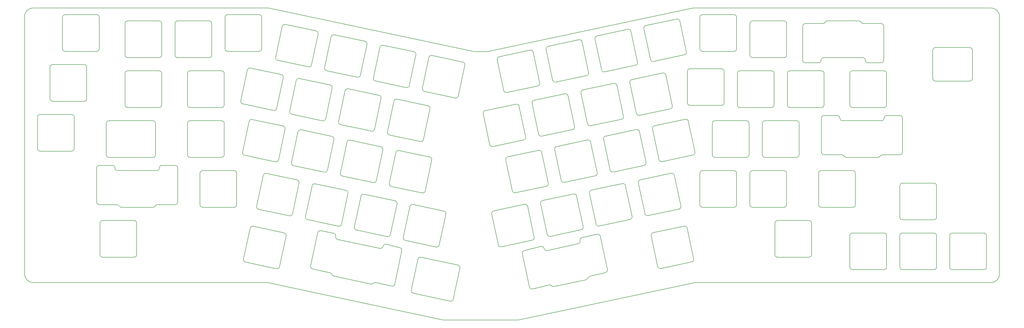
<source format=gbr>
%TF.GenerationSoftware,KiCad,Pcbnew,(5.1.6)-1*%
%TF.CreationDate,2021-01-23T12:35:39-06:00*%
%TF.ProjectId,basketweave_plate,6261736b-6574-4776-9561-76655f706c61,rev?*%
%TF.SameCoordinates,Original*%
%TF.FileFunction,Profile,NP*%
%FSLAX46Y46*%
G04 Gerber Fmt 4.6, Leading zero omitted, Abs format (unit mm)*
G04 Created by KiCad (PCBNEW (5.1.6)-1) date 2021-01-23 12:35:39*
%MOMM*%
%LPD*%
G01*
G04 APERTURE LIST*
%TA.AperFunction,Profile*%
%ADD10C,0.200000*%
%TD*%
G04 APERTURE END LIST*
D10*
X174042718Y-135612290D02*
X188110514Y-138588750D01*
X262550733Y-126213914D02*
X274308691Y-123729750D01*
X222919320Y-146203910D02*
G75*
G02*
X223870377Y-146512927I207912J-978148D01*
G01*
X216582162Y-147756903D02*
G75*
G02*
X215396102Y-146986669I-207913J978147D01*
G01*
X264275437Y-139137745D02*
X261780497Y-127399974D01*
X185199748Y-152366756D02*
X171131956Y-149306356D01*
X139360791Y-141511067D02*
G75*
G02*
X140103936Y-142180198I-207912J-978148D01*
G01*
X234682251Y-129274901D02*
G75*
G02*
X235452488Y-128088840I978149J207912D01*
G01*
X172856659Y-136382527D02*
G75*
G02*
X174042718Y-135612290I978148J-207911D01*
G01*
X188880750Y-139774810D02*
X186385808Y-151596520D01*
X277219454Y-137423814D02*
X265461496Y-139907981D01*
X170361720Y-148120298D02*
X172856660Y-136382527D01*
X171131956Y-149306356D02*
G75*
G02*
X170361720Y-148120298I207911J978147D01*
G01*
X277989690Y-136237756D02*
G75*
G02*
X277219454Y-137423814I-978147J-207911D01*
G01*
X245093662Y-140263905D02*
X242390810Y-127547986D01*
X275494750Y-124499985D02*
X277989690Y-136237756D01*
X261780496Y-127399973D02*
G75*
G02*
X262550733Y-126213914I978148J207911D01*
G01*
X222155094Y-133045853D02*
G75*
G02*
X220969033Y-132275618I-207913J978148D01*
G01*
X186385808Y-151596520D02*
G75*
G02*
X185199748Y-152366756I-978148J207912D01*
G01*
X265461497Y-139907981D02*
G75*
G02*
X264275437Y-139137745I-207912J978148D01*
G01*
X219782974Y-131505383D02*
G75*
G02*
X220969033Y-132275618I207912J-978147D01*
G01*
X274308691Y-123729750D02*
G75*
G02*
X275494750Y-124499985I207912J-978147D01*
G01*
X188110514Y-138588750D02*
G75*
G02*
X188880750Y-139774810I-207912J-978148D01*
G01*
X237572355Y-143607629D02*
G75*
G02*
X236829210Y-144276759I-951056J309018D01*
G01*
X140847080Y-142849328D02*
G75*
G02*
X140103936Y-142180198I207911J978147D01*
G01*
X224821433Y-146821944D02*
G75*
G02*
X223870377Y-146512927I-207912J978147D01*
G01*
X164115750Y-145861430D02*
G75*
G02*
X162929690Y-146631666I-978148J207912D01*
G01*
X212693251Y-134270750D02*
G75*
G02*
X213463486Y-133084691I978147J207912D01*
G01*
X140810796Y-126484166D02*
G75*
G02*
X141581031Y-127670225I-207912J-978147D01*
G01*
X215396102Y-146986669D02*
X212693250Y-134270750D01*
X216582162Y-147756903D02*
X222919320Y-146203910D01*
X132801383Y-140116821D02*
G75*
G02*
X132031146Y-138930762I207911J978148D01*
G01*
X235452488Y-128088840D02*
X241204750Y-126777750D01*
X162929690Y-146631666D02*
X156899964Y-145234235D01*
X159612251Y-131432943D02*
G75*
G02*
X158426191Y-132203179I-978148J207912D01*
G01*
X237572356Y-143607629D02*
G75*
G02*
X238315500Y-142938500I951055J-309017D01*
G01*
X140810795Y-126484165D02*
X135920057Y-125444607D01*
X238315500Y-142938500D02*
X244323425Y-141449966D01*
X155948909Y-145543252D02*
G75*
G02*
X156899964Y-145234235I743144J-669129D01*
G01*
X132801382Y-140116821D02*
X139360791Y-141511067D01*
X155948908Y-145543252D02*
G75*
G02*
X154997851Y-145852269I-743145J669131D01*
G01*
X241204750Y-126777750D02*
G75*
G02*
X242390810Y-127547986I207912J-978148D01*
G01*
X165960728Y-131959452D02*
G75*
G02*
X166730965Y-133145511I-207911J-978148D01*
G01*
X154997851Y-145852269D02*
X140847080Y-142849328D01*
X132031146Y-138930762D02*
X134733998Y-126214843D01*
X222155094Y-133045853D02*
X233912016Y-130460961D01*
X234682254Y-129274901D02*
G75*
G02*
X233912016Y-130460961I-978149J-207911D01*
G01*
X236829210Y-144276759D02*
X224821433Y-146821944D01*
X165960728Y-131959452D02*
X160798310Y-130662706D01*
X134733998Y-126214844D02*
G75*
G02*
X135920057Y-125444607I978148J-207911D01*
G01*
X142351267Y-128856284D02*
X158426191Y-132203179D01*
X164115750Y-145861430D02*
X166730965Y-133145511D01*
X245093662Y-140263905D02*
G75*
G02*
X244323425Y-141449966I-978149J-207912D01*
G01*
X219782974Y-131505383D02*
X213463486Y-133084691D01*
X142351268Y-128856284D02*
G75*
G02*
X141581031Y-127670225I207911J978148D01*
G01*
X159612250Y-131432942D02*
G75*
G02*
X160798310Y-130662706I978148J-207912D01*
G01*
X168105032Y-129187375D02*
G75*
G02*
X167334796Y-128001317I207911J978147D01*
G01*
X370093750Y-68356250D02*
X383175000Y-68356250D01*
X384175000Y-56556250D02*
X384175000Y-67356250D01*
X370093750Y-68356250D02*
G75*
G02*
X369093750Y-67356250I0J1000000D01*
G01*
X383175000Y-55556250D02*
G75*
G02*
X384175000Y-56556250I0J-1000000D01*
G01*
X370093750Y-55556250D02*
X383175000Y-55556250D01*
X369093750Y-56556250D02*
G75*
G02*
X370093750Y-55556250I1000000J0D01*
G01*
X369093750Y-56556250D02*
X369093750Y-67356250D01*
X384175000Y-67356250D02*
G75*
G02*
X383175000Y-68356250I-1000000J0D01*
G01*
X334680250Y-83487500D02*
G75*
G02*
X333680250Y-82487500I0J1000000D01*
G01*
X80331250Y-115537500D02*
X73625301Y-115537501D01*
X56455250Y-100537500D02*
G75*
G02*
X57455250Y-101537500I0J-1000000D01*
G01*
X58455250Y-102537500D02*
G75*
G02*
X57455250Y-101537500I0J1000000D01*
G01*
X56455250Y-100537500D02*
X51455250Y-100537500D01*
X332680250Y-81487500D02*
X327680250Y-81487500D01*
X50455250Y-101537500D02*
G75*
G02*
X51455250Y-100537500I1000000J0D01*
G01*
X327680250Y-96487500D02*
G75*
G02*
X326680250Y-95487500I0J1000000D01*
G01*
X50455250Y-114537500D02*
X50455250Y-101537500D01*
X80331250Y-100537500D02*
X75331250Y-100537500D01*
X350556250Y-82487500D02*
G75*
G02*
X351556250Y-81487500I1000000J0D01*
G01*
X80331250Y-100537500D02*
G75*
G02*
X81331250Y-101537500I0J-1000000D01*
G01*
X81331250Y-114537500D02*
X81331250Y-101537500D01*
X72759276Y-116037501D02*
G75*
G02*
X73625301Y-115537501I866025J-500000D01*
G01*
X332680250Y-81487500D02*
G75*
G02*
X333680250Y-82487500I0J-1000000D01*
G01*
X59893250Y-116537501D02*
G75*
G02*
X59027225Y-116037501I0J1000000D01*
G01*
X74331251Y-101537500D02*
G75*
G02*
X73331250Y-102537501I-1000001J0D01*
G01*
X327680250Y-96487500D02*
X334386200Y-96487501D01*
X72759275Y-116037501D02*
G75*
G02*
X71893250Y-116537501I-866025J500000D01*
G01*
X357556250Y-95487500D02*
X357556250Y-82487500D01*
X58161200Y-115537501D02*
G75*
G02*
X59027225Y-116037501I0J-1000000D01*
G01*
X81331250Y-114537500D02*
G75*
G02*
X80331250Y-115537500I-1000000J0D01*
G01*
X74331250Y-101537500D02*
G75*
G02*
X75331250Y-100537500I1000000J0D01*
G01*
X342388500Y-59387500D02*
G75*
G02*
X343388500Y-60387500I0J-1000000D01*
G01*
X51455250Y-115537500D02*
G75*
G02*
X50455250Y-114537500I0J1000000D01*
G01*
X328950500Y-45387499D02*
X340950500Y-45387499D01*
X320512500Y-61387500D02*
G75*
G02*
X319512500Y-60387500I0J1000000D01*
G01*
X327512500Y-59387499D02*
X342388500Y-59387500D01*
X344388500Y-61387500D02*
G75*
G02*
X343388500Y-60387500I0J1000000D01*
G01*
X328084475Y-45887499D02*
G75*
G02*
X328950500Y-45387499I866025J-500000D01*
G01*
X319512500Y-47387500D02*
G75*
G02*
X320512500Y-46387500I1000000J0D01*
G01*
X350388500Y-60387500D02*
G75*
G02*
X349388500Y-61387500I-1000000J0D01*
G01*
X340950500Y-45387499D02*
G75*
G02*
X341816525Y-45887499I0J-1000000D01*
G01*
X326512500Y-60387500D02*
G75*
G02*
X325512500Y-61387500I-1000000J0D01*
G01*
X350388500Y-47387500D02*
X350388500Y-60387500D01*
X344388500Y-61387500D02*
X349388500Y-61387500D01*
X320512500Y-61387500D02*
X325512500Y-61387500D01*
X343388500Y-60387500D02*
X343388500Y-60387500D01*
X349388500Y-46387500D02*
G75*
G02*
X350388500Y-47387500I0J-1000000D01*
G01*
X51455250Y-115537500D02*
X58161200Y-115537501D01*
X319512500Y-47387500D02*
X319512500Y-60387500D01*
X342682550Y-46387499D02*
G75*
G02*
X341816525Y-45887499I0J1000000D01*
G01*
X320512500Y-46387500D02*
X327218449Y-46387499D01*
X326512499Y-60387500D02*
G75*
G02*
X327512500Y-59387499I1000001J0D01*
G01*
X328084474Y-45887499D02*
G75*
G02*
X327218449Y-46387499I-866025J500000D01*
G01*
X326512500Y-60387500D02*
X326512500Y-60387500D01*
X169618875Y-70060049D02*
G75*
G02*
X168432815Y-70830285I-978148J207912D01*
G01*
X175328757Y-72296060D02*
G75*
G02*
X174558521Y-71110002I207911J978147D01*
G01*
X172113816Y-58322278D02*
X169618874Y-70060048D01*
X171343580Y-57136218D02*
G75*
G02*
X172113816Y-58322278I-207912J-978148D01*
G01*
X174558521Y-71110002D02*
X177053461Y-59372231D01*
X168432815Y-70830285D02*
X156695045Y-68335343D01*
X155924809Y-67149285D02*
X158419749Y-55411514D01*
X177053460Y-59372231D02*
G75*
G02*
X178239519Y-58601994I978148J-207911D01*
G01*
X178239519Y-58601994D02*
X189977291Y-61096935D01*
X190747528Y-62282995D02*
X188252586Y-74020765D01*
X161280947Y-87763355D02*
X163775887Y-76025584D01*
X156695045Y-68335343D02*
G75*
G02*
X155924809Y-67149285I207911J978147D01*
G01*
X188252587Y-74020766D02*
G75*
G02*
X187066527Y-74791002I-978148J207912D01*
G01*
X189977292Y-61096935D02*
G75*
G02*
X190747528Y-62282995I-207912J-978148D01*
G01*
X173788953Y-91444355D02*
X162051183Y-88949413D01*
X164961945Y-75255347D02*
X176699717Y-77750288D01*
X163775886Y-76025584D02*
G75*
G02*
X164961945Y-75255347I978148J-207911D01*
G01*
X174975013Y-90674119D02*
G75*
G02*
X173788953Y-91444355I-978148J207912D01*
G01*
X159605807Y-54641277D02*
X171343579Y-57136218D01*
X158419748Y-55411514D02*
G75*
G02*
X159605807Y-54641277I978148J-207911D01*
G01*
X187066527Y-74791002D02*
X175328757Y-72296060D01*
X138061333Y-64374625D02*
G75*
G02*
X137291097Y-63188567I207911J978147D01*
G01*
X153480104Y-54361560D02*
X150985162Y-66099330D01*
X131165392Y-62908849D02*
X119427622Y-60413907D01*
X119427622Y-60413907D02*
G75*
G02*
X118657386Y-59227849I207911J978147D01*
G01*
X140972095Y-50680559D02*
X152709867Y-53175500D01*
X149799103Y-66869567D02*
X138061333Y-64374625D01*
X150985163Y-66099331D02*
G75*
G02*
X149799103Y-66869567I-978148J207912D01*
G01*
X134076157Y-49214782D02*
G75*
G02*
X134846393Y-50400842I-207912J-978148D01*
G01*
X137291097Y-63188567D02*
X139786037Y-51450796D01*
X122338384Y-46719841D02*
X134076156Y-49214782D01*
X139786036Y-51450796D02*
G75*
G02*
X140972095Y-50680559I978148J-207911D01*
G01*
X152709868Y-53175500D02*
G75*
G02*
X153480104Y-54361560I-207912J-978148D01*
G01*
X349388500Y-46387500D02*
X342682550Y-46387499D01*
X121152325Y-47490078D02*
G75*
G02*
X122338384Y-46719841I978148J-207911D01*
G01*
X132351452Y-62138613D02*
G75*
G02*
X131165392Y-62908849I-978148J207912D01*
G01*
X118657386Y-59227849D02*
X121152326Y-47490078D01*
X134846393Y-50400842D02*
X132351451Y-62138612D01*
X238697769Y-85424575D02*
G75*
G02*
X237511709Y-84654339I-207912J978148D01*
G01*
X259006618Y-48341779D02*
G75*
G02*
X259776855Y-47155720I978148J207911D01*
G01*
X242867848Y-64040268D02*
X240372908Y-52302497D01*
X217153294Y-75691226D02*
X228891065Y-73196286D01*
X235016768Y-72916567D02*
G75*
G02*
X235787005Y-71730508I978148J207911D01*
G01*
X222509432Y-55077155D02*
X234247203Y-52582215D01*
X221739195Y-56263214D02*
G75*
G02*
X222509432Y-55077155I978148J207911D01*
G01*
X259776855Y-47155720D02*
X271514626Y-44660780D01*
X218524254Y-70236999D02*
X206786483Y-72731940D01*
X206786484Y-72731940D02*
G75*
G02*
X205600424Y-71961704I-207912J978148D01*
G01*
X255791678Y-62315563D02*
X244053907Y-64810504D01*
X256145421Y-80693621D02*
X253650481Y-68955850D01*
X225420196Y-68771222D02*
G75*
G02*
X224234136Y-68000986I-207912J978148D01*
G01*
X216799550Y-57313169D02*
X219294490Y-69050940D01*
X275195625Y-57168788D02*
G75*
G02*
X274425389Y-58354846I-978147J-207911D01*
G01*
X216383057Y-76877285D02*
G75*
G02*
X217153294Y-75691226I978148J207911D01*
G01*
X261501559Y-60079551D02*
X259006619Y-48341780D01*
X257331481Y-81463857D02*
G75*
G02*
X256145421Y-80693621I-207912J978148D01*
G01*
X254066974Y-49391733D02*
X256561914Y-61129504D01*
X219294490Y-69050941D02*
G75*
G02*
X218524254Y-70236999I-978147J-207911D01*
G01*
X262687619Y-60849787D02*
G75*
G02*
X261501559Y-60079551I-207912J978148D01*
G01*
X391318750Y-40481250D02*
G75*
G02*
X394493750Y-43656250I0J-3175000D01*
G01*
X23018750Y-43656250D02*
G75*
G02*
X26193750Y-40481250I3175000J0D01*
G01*
X182562500Y-159543750D02*
X211137500Y-159543750D01*
X248710835Y-70005804D02*
X251205775Y-81743575D01*
X201430346Y-93346010D02*
G75*
G02*
X200244286Y-92575774I-207912J978148D01*
G01*
X213168116Y-90851069D02*
X201430345Y-93346010D01*
X244053908Y-64810504D02*
G75*
G02*
X242867848Y-64040268I-207912J978148D01*
G01*
X231801828Y-86890352D02*
X220064057Y-89385293D01*
X215613491Y-56542934D02*
G75*
G02*
X216799550Y-57313169I207912J-978147D01*
G01*
X234247203Y-52582216D02*
G75*
G02*
X235433262Y-53352451I207912J-978147D01*
G01*
X218877998Y-88615057D02*
X216383058Y-76877286D01*
X197749345Y-80838002D02*
G75*
G02*
X198519582Y-79651943I978148J207911D01*
G01*
X266158488Y-65274851D02*
G75*
G02*
X267344547Y-66045086I207912J-978147D01*
G01*
X198519582Y-79651943D02*
X210257353Y-77157003D01*
X211443412Y-77927239D02*
X213938352Y-89665010D01*
X232572064Y-85704294D02*
G75*
G02*
X231801828Y-86890352I-978147J-207911D01*
G01*
X210257353Y-77157004D02*
G75*
G02*
X211443412Y-77927239I207912J-978147D01*
G01*
X200244286Y-92575774D02*
X197749346Y-80838003D01*
X272700685Y-45431016D02*
X275195625Y-57168787D01*
X271514626Y-44660781D02*
G75*
G02*
X272700685Y-45431016I207912J-978147D01*
G01*
X230077124Y-73966522D02*
X232572064Y-85704293D01*
X213938352Y-89665011D02*
G75*
G02*
X213168116Y-90851069I-978147J-207911D01*
G01*
X241143144Y-51116437D02*
X252880915Y-48621497D01*
X256561914Y-61129505D02*
G75*
G02*
X255791678Y-62315563I-978147J-207911D01*
G01*
X240372907Y-52302496D02*
G75*
G02*
X241143144Y-51116437I978148J207911D01*
G01*
X251205775Y-81743576D02*
G75*
G02*
X250435539Y-82929634I-978147J-207911D01*
G01*
X237928202Y-65090223D02*
G75*
G02*
X237157966Y-66276281I-978147J-207911D01*
G01*
X224234136Y-68000986D02*
X221739196Y-56263215D01*
X203875720Y-59037873D02*
X215613491Y-56542933D01*
X220064058Y-89385293D02*
G75*
G02*
X218877998Y-88615057I-207912J978148D01*
G01*
X250435539Y-82929634D02*
X238697768Y-85424575D01*
X235433262Y-53352451D02*
X237928202Y-65090222D01*
X203105483Y-60223932D02*
G75*
G02*
X203875720Y-59037873I978148J207911D01*
G01*
X237157966Y-66276281D02*
X225420195Y-68771222D01*
X205600424Y-71961704D02*
X203105484Y-60223933D01*
X391318750Y-145256250D02*
X278606250Y-145256250D01*
X394493750Y-142081250D02*
G75*
G02*
X391318750Y-145256250I-3175000J0D01*
G01*
X274425389Y-58354846D02*
X262687618Y-60849787D01*
X228891065Y-73196287D02*
G75*
G02*
X230077124Y-73966522I207912J-978147D01*
G01*
X237511709Y-84654339D02*
X235016769Y-72916568D01*
X235787005Y-71730508D02*
X247524776Y-69235568D01*
X252880915Y-48621498D02*
G75*
G02*
X254066974Y-49391733I207912J-978147D01*
G01*
X247524776Y-69235569D02*
G75*
G02*
X248710835Y-70005804I207912J-978147D01*
G01*
X357537500Y-126350000D02*
X369537500Y-126350000D01*
X388537500Y-126350000D02*
G75*
G02*
X389537500Y-127350000I0J-1000000D01*
G01*
X370537500Y-139350000D02*
G75*
G02*
X369537500Y-140350000I-1000000J0D01*
G01*
X26193750Y-145256250D02*
X115443000Y-145256250D01*
X391318750Y-40481250D02*
X277812500Y-40481250D01*
X357537500Y-140350000D02*
G75*
G02*
X356537500Y-139350000I0J1000000D01*
G01*
X369537500Y-126350000D02*
G75*
G02*
X370537500Y-127350000I0J-1000000D01*
G01*
X370537500Y-127350000D02*
X370537500Y-139350000D01*
X199231250Y-57150000D02*
X194468750Y-57150000D01*
X356537500Y-127350000D02*
G75*
G02*
X357537500Y-126350000I1000000J0D01*
G01*
X23018750Y-43656250D02*
X23018750Y-142081250D01*
X388537500Y-140350000D02*
X376537500Y-140350000D01*
X369537500Y-140350000D02*
X357537500Y-140350000D01*
X389537500Y-139350000D02*
G75*
G02*
X388537500Y-140350000I-1000000J0D01*
G01*
X350487500Y-126350000D02*
G75*
G02*
X351487500Y-127350000I0J-1000000D01*
G01*
X278606250Y-145256250D02*
X211137500Y-159543750D01*
X115443000Y-145256250D02*
X182562500Y-159543750D01*
X277812500Y-40481250D02*
X199231250Y-57150000D01*
X26193750Y-145256250D02*
G75*
G02*
X23018750Y-142081250I0J3175000D01*
G01*
X115887500Y-40481250D02*
X194468750Y-57150000D01*
X376537500Y-126350000D02*
X388537500Y-126350000D01*
X26193750Y-40481250D02*
X115887500Y-40481250D01*
X375537500Y-139350000D02*
X375537500Y-127350000D01*
X376537500Y-140350000D02*
G75*
G02*
X375537500Y-139350000I0J1000000D01*
G01*
X394493750Y-43656250D02*
X394493750Y-142081250D01*
X389537500Y-127350000D02*
X389537500Y-139350000D01*
X375537500Y-127350000D02*
G75*
G02*
X376537500Y-126350000I1000000J0D01*
G01*
X356537500Y-139350000D02*
X356537500Y-127350000D01*
X177397429Y-97374179D02*
G75*
G02*
X178167665Y-98560239I-207912J-978148D01*
G01*
X162748894Y-108573304D02*
G75*
G02*
X161978658Y-107387246I207911J978147D01*
G01*
X149471320Y-125226657D02*
G75*
G02*
X148701084Y-124040599I207911J978147D01*
G01*
X175672724Y-110298010D02*
G75*
G02*
X174486664Y-111068246I-978148J207912D01*
G01*
X161209090Y-127721599D02*
X149471320Y-125226657D01*
X115114658Y-103611156D02*
X126852430Y-106106097D01*
X125127726Y-119029928D02*
G75*
G02*
X123941666Y-119800164I-978148J207912D01*
G01*
X159533953Y-94599522D02*
X157039011Y-106337292D01*
X108954436Y-124567914D02*
G75*
G02*
X110140495Y-123797677I978148J-207911D01*
G01*
X120153563Y-139216449D02*
G75*
G02*
X118967503Y-139986685I-978148J207912D01*
G01*
X121878268Y-126292618D02*
G75*
G02*
X122648504Y-127478678I-207912J-978148D01*
G01*
X123941666Y-119800164D02*
X112203896Y-117305222D01*
X162395150Y-126951363D02*
G75*
G02*
X161209090Y-127721599I-978148J207912D01*
G01*
X122648504Y-127478678D02*
X120153562Y-139216448D01*
X107229733Y-137491743D02*
G75*
G02*
X106459497Y-136305685I207911J978147D01*
G01*
X110140495Y-123797677D02*
X121878267Y-126292618D01*
X113928599Y-104381393D02*
G75*
G02*
X115114658Y-103611156I978148J-207911D01*
G01*
X158763717Y-93413462D02*
G75*
G02*
X159533953Y-94599522I-207912J-978148D01*
G01*
X161978658Y-107387246D02*
X164473598Y-95649475D01*
X127622667Y-107292157D02*
X125127725Y-119029927D01*
X106459497Y-136305685D02*
X108954437Y-124567914D01*
X171015794Y-115493309D02*
X182753566Y-117988250D01*
X152382082Y-111532591D02*
X164119854Y-114027532D01*
X144115182Y-104612587D02*
G75*
G02*
X143344946Y-103426529I207911J978147D01*
G01*
X145839885Y-91688758D02*
G75*
G02*
X147025944Y-90918521I978148J-207911D01*
G01*
X133748370Y-107571874D02*
X145486142Y-110066815D01*
X145486143Y-110066815D02*
G75*
G02*
X146256379Y-111252875I-207912J-978148D01*
G01*
X151196023Y-112302828D02*
G75*
G02*
X152382082Y-111532591I978148J-207911D01*
G01*
X164890091Y-115213592D02*
X162395149Y-126951362D01*
X142575378Y-123760882D02*
X130837608Y-121265940D01*
X130067372Y-120079882D02*
X132562312Y-108342111D01*
X148701084Y-124040599D02*
X151196024Y-112302828D01*
X143761438Y-122990646D02*
G75*
G02*
X142575378Y-123760882I-978148J207912D01*
G01*
X164473597Y-95649475D02*
G75*
G02*
X165659656Y-94879238I978148J-207911D01*
G01*
X132562311Y-108342111D02*
G75*
G02*
X133748370Y-107571874I978148J-207911D01*
G01*
X130837608Y-121265940D02*
G75*
G02*
X130067372Y-120079882I207911J978147D01*
G01*
X146256379Y-111252875D02*
X143761437Y-122990645D01*
X165659656Y-94879238D02*
X177397428Y-97374179D01*
X164119855Y-114027532D02*
G75*
G02*
X164890091Y-115213592I-207912J-978148D01*
G01*
X111433660Y-116119164D02*
X113928600Y-104381393D01*
X126852431Y-106106097D02*
G75*
G02*
X127622667Y-107292157I-207912J-978148D01*
G01*
X112203896Y-117305222D02*
G75*
G02*
X111433660Y-116119164I207911J978147D01*
G01*
X118967503Y-139986685D02*
X107229733Y-137491743D01*
X157039012Y-106337293D02*
G75*
G02*
X155852952Y-107107529I-978148J207912D01*
G01*
X174486664Y-111068246D02*
X162748894Y-108573304D01*
X178167665Y-98560239D02*
X175672723Y-110298009D01*
X120798583Y-65868135D02*
G75*
G02*
X121568819Y-67054195I-207912J-978148D01*
G01*
X139432295Y-69828853D02*
G75*
G02*
X140202531Y-71014913I-207912J-978148D01*
G01*
X140202531Y-71014913D02*
X137707589Y-82752683D01*
X127206173Y-87728040D02*
G75*
G02*
X128392232Y-86957803I978148J-207911D01*
G01*
X140130005Y-89452744D02*
G75*
G02*
X140900241Y-90638804I-207912J-978148D01*
G01*
X125481470Y-100651869D02*
G75*
G02*
X124711234Y-99465811I207911J978147D01*
G01*
X140900241Y-90638804D02*
X138405299Y-102376574D01*
X147025944Y-90918521D02*
X158763716Y-93413462D01*
X119073878Y-78791966D02*
G75*
G02*
X117887818Y-79562202I-978148J207912D01*
G01*
X126508463Y-68104149D02*
G75*
G02*
X127694522Y-67333912I978148J-207911D01*
G01*
X124013524Y-79841920D02*
X126508464Y-68104149D01*
X118585528Y-99186093D02*
X106847758Y-96691151D01*
X124711234Y-99465811D02*
X127206174Y-87728040D01*
X155852952Y-107107529D02*
X144115182Y-104612587D01*
X143344946Y-103426529D02*
X145839886Y-91688758D01*
X143417472Y-84988695D02*
G75*
G02*
X142647236Y-83802637I207911J978147D01*
G01*
X109758520Y-82997085D02*
X121496292Y-85492026D01*
X136521530Y-83522920D02*
X124783760Y-81027978D01*
X176699718Y-77750288D02*
G75*
G02*
X177469954Y-78936348I-207912J-978148D01*
G01*
X177469954Y-78936348D02*
X174975012Y-90674118D01*
X155155242Y-87483637D02*
X143417472Y-84988695D01*
X145142175Y-72064866D02*
G75*
G02*
X146328234Y-71294629I978148J-207911D01*
G01*
X106150048Y-77067260D02*
G75*
G02*
X105379812Y-75881202I207911J978147D01*
G01*
X106077522Y-95505093D02*
X108572462Y-83767322D01*
X127694522Y-67333912D02*
X139432294Y-69828853D01*
X108572461Y-83767322D02*
G75*
G02*
X109758520Y-82997085I978148J-207911D01*
G01*
X106847758Y-96691151D02*
G75*
G02*
X106077522Y-95505093I207911J978147D01*
G01*
X156341302Y-86713401D02*
G75*
G02*
X155155242Y-87483637I-978148J207912D01*
G01*
X105379812Y-75881202D02*
X107874752Y-64143431D01*
X142647236Y-83802637D02*
X145142176Y-72064866D01*
X117887818Y-79562202D02*
X106150048Y-77067260D01*
X121568819Y-67054195D02*
X119073877Y-78791965D01*
X121496293Y-85492026D02*
G75*
G02*
X122266529Y-86678086I-207912J-978148D01*
G01*
X158836243Y-74975630D02*
X156341301Y-86713400D01*
X137707590Y-82752684D02*
G75*
G02*
X136521530Y-83522920I-978148J207912D01*
G01*
X109060810Y-63373194D02*
X120798582Y-65868135D01*
X122266529Y-86678086D02*
X119771587Y-98415856D01*
X128392232Y-86957803D02*
X140130004Y-89452744D01*
X137219240Y-103146811D02*
X125481470Y-100651869D01*
X138405300Y-102376575D02*
G75*
G02*
X137219240Y-103146811I-978148J207912D01*
G01*
X158066007Y-73789570D02*
G75*
G02*
X158836243Y-74975630I-207912J-978148D01*
G01*
X146328234Y-71294629D02*
X158066006Y-73789570D01*
X119771588Y-98415857D02*
G75*
G02*
X118585528Y-99186093I-978148J207912D01*
G01*
X124783760Y-81027978D02*
G75*
G02*
X124013524Y-79841920I207911J978147D01*
G01*
X162051183Y-88949413D02*
G75*
G02*
X161280947Y-87763355I207911J978147D01*
G01*
X107874751Y-64143431D02*
G75*
G02*
X109060810Y-63373194I978148J-207911D01*
G01*
X216431123Y-129108672D02*
X204693352Y-131603613D01*
X259824921Y-99387108D02*
G75*
G02*
X259054685Y-100573166I-978147J-207911D01*
G01*
X265950627Y-99107390D02*
G75*
G02*
X264764567Y-98337154I-207912J978148D01*
G01*
X264764567Y-98337154D02*
X262269627Y-86599383D01*
X247316915Y-103068107D02*
G75*
G02*
X246130855Y-102297871I-207912J978148D01*
G01*
X222141005Y-126872660D02*
X219646065Y-115134889D01*
X225002202Y-94520817D02*
G75*
G02*
X225772439Y-93334758I978148J207911D01*
G01*
X222557498Y-107308544D02*
G75*
G02*
X221787262Y-108494602I-978147J-207911D01*
G01*
X210049492Y-110989543D02*
G75*
G02*
X208863432Y-110219307I-207912J978148D01*
G01*
X218876499Y-94800537D02*
G75*
G02*
X220062558Y-95570772I207912J-978147D01*
G01*
X278458633Y-95426391D02*
G75*
G02*
X277688397Y-96612449I-978147J-207911D01*
G01*
X275963693Y-83688619D02*
X278458633Y-95426390D01*
X243635914Y-90560099D02*
G75*
G02*
X244406151Y-89374040I978148J207911D01*
G01*
X225772439Y-93334758D02*
X237510210Y-90839818D01*
X220062558Y-95570772D02*
X222557498Y-107308543D01*
X208863432Y-110219307D02*
X206368492Y-98481536D01*
X254420717Y-67769790D02*
X266158488Y-65274850D01*
X267344547Y-66045086D02*
X269839487Y-77782857D01*
X263039863Y-85413323D02*
X274777634Y-82918383D01*
X240420973Y-104533884D02*
X228683202Y-107028825D01*
X237510210Y-90839819D02*
G75*
G02*
X238696269Y-91610054I207912J-978147D01*
G01*
X256143922Y-86879101D02*
G75*
G02*
X257329981Y-87649336I207912J-978147D01*
G01*
X238696269Y-91610054D02*
X241191209Y-103347825D01*
X241191209Y-103347826D02*
G75*
G02*
X240420973Y-104533884I-978147J-207911D01*
G01*
X207138728Y-97295476D02*
X218876499Y-94800536D01*
X277688397Y-96612449D02*
X265950626Y-99107390D01*
X269069251Y-78968916D02*
X257331480Y-81463857D01*
X269839487Y-77782858D02*
G75*
G02*
X269069251Y-78968916I-978147J-207911D01*
G01*
X257329981Y-87649336D02*
X259824921Y-99387107D01*
X253650480Y-68955849D02*
G75*
G02*
X254420717Y-67769790I978148J207911D01*
G01*
X244406151Y-89374040D02*
X256143922Y-86879100D01*
X204693353Y-131603613D02*
G75*
G02*
X203507293Y-130833377I-207912J978148D01*
G01*
X213520360Y-115414607D02*
G75*
G02*
X214706419Y-116184842I207912J-978147D01*
G01*
X246130855Y-102297871D02*
X243635915Y-90560100D01*
X203507293Y-130833377D02*
X201012353Y-119095606D01*
X262269626Y-86599382D02*
G75*
G02*
X263039863Y-85413323I978148J207911D01*
G01*
X217201359Y-127922614D02*
G75*
G02*
X216431123Y-129108672I-978147J-207911D01*
G01*
X259054685Y-100573166D02*
X247316914Y-103068107D01*
X228683203Y-107028825D02*
G75*
G02*
X227497143Y-106258589I-207912J978148D01*
G01*
X201782589Y-117909546D02*
X213520360Y-115414606D01*
X227497143Y-106258589D02*
X225002203Y-94520818D01*
X214706419Y-116184842D02*
X217201359Y-127922613D01*
X221787262Y-108494602D02*
X210049491Y-110989543D01*
X206368491Y-98481535D02*
G75*
G02*
X207138728Y-97295476I978148J207911D01*
G01*
X274777634Y-82918384D02*
G75*
G02*
X275963693Y-83688619I207912J-978147D01*
G01*
X201012352Y-119095605D02*
G75*
G02*
X201782589Y-117909546I978148J207911D01*
G01*
X40925000Y-95106250D02*
X28925000Y-95106250D01*
X50450000Y-57006250D02*
X38450000Y-57006250D01*
X33687500Y-62056250D02*
X45687500Y-62056250D01*
X46687500Y-75056250D02*
G75*
G02*
X45687500Y-76056250I-1000000J0D01*
G01*
X75262500Y-58387500D02*
G75*
G02*
X74262500Y-59387500I-1000000J0D01*
G01*
X32687500Y-63056250D02*
G75*
G02*
X33687500Y-62056250I1000000J0D01*
G01*
X51450000Y-56006250D02*
G75*
G02*
X50450000Y-57006250I-1000000J0D01*
G01*
X38450000Y-57006250D02*
G75*
G02*
X37450000Y-56006250I0J1000000D01*
G01*
X37450000Y-44006250D02*
G75*
G02*
X38450000Y-43006250I1000000J0D01*
G01*
X51450000Y-44006250D02*
X51450000Y-56006250D01*
X38450000Y-43006250D02*
X50450000Y-43006250D01*
X37450000Y-56006250D02*
X37450000Y-44006250D01*
X74262500Y-59387500D02*
X62262500Y-59387500D01*
X62262500Y-59387500D02*
G75*
G02*
X61262500Y-58387500I0J1000000D01*
G01*
X28925000Y-81106250D02*
X40925000Y-81106250D01*
X27925000Y-82106250D02*
G75*
G02*
X28925000Y-81106250I1000000J0D01*
G01*
X40925000Y-81106250D02*
G75*
G02*
X41925000Y-82106250I0J-1000000D01*
G01*
X46687500Y-63056250D02*
X46687500Y-75056250D01*
X32687500Y-75056250D02*
X32687500Y-63056250D01*
X45687500Y-76056250D02*
X33687500Y-76056250D01*
X33687500Y-76056250D02*
G75*
G02*
X32687500Y-75056250I0J1000000D01*
G01*
X50450000Y-43006250D02*
G75*
G02*
X51450000Y-44006250I0J-1000000D01*
G01*
X45687500Y-62056250D02*
G75*
G02*
X46687500Y-63056250I0J-1000000D01*
G01*
X41925000Y-94106250D02*
G75*
G02*
X40925000Y-95106250I-1000000J0D01*
G01*
X41925000Y-82106250D02*
X41925000Y-94106250D01*
X27925000Y-94106250D02*
X27925000Y-82106250D01*
X28925000Y-95106250D02*
G75*
G02*
X27925000Y-94106250I0J1000000D01*
G01*
X232154072Y-111453890D02*
G75*
G02*
X233340131Y-112224125I207912J-978147D01*
G01*
X250787784Y-107493172D02*
G75*
G02*
X251973843Y-108263407I207912J-978147D01*
G01*
X169829735Y-116263546D02*
G75*
G02*
X171015794Y-115493309I978148J-207911D01*
G01*
X259408429Y-118951224D02*
X256913489Y-107213453D01*
X183523803Y-119174310D02*
X181028861Y-130912080D01*
X181028862Y-130912081D02*
G75*
G02*
X179842802Y-131682317I-978148J207912D01*
G01*
X257683725Y-106027393D02*
X269421496Y-103532453D01*
X270607555Y-104302689D02*
X273102495Y-116040460D01*
X256913488Y-107213452D02*
G75*
G02*
X257683725Y-106027393I978148J207911D01*
G01*
X253698547Y-121187237D02*
X241960776Y-123682178D01*
X251973843Y-108263407D02*
X254468783Y-120001178D01*
X272332259Y-117226519D02*
X260594488Y-119721460D01*
X254468783Y-120001179D02*
G75*
G02*
X253698547Y-121187237I-978147J-207911D01*
G01*
X241960777Y-123682178D02*
G75*
G02*
X240774717Y-122911942I-207912J978148D01*
G01*
X182753567Y-117988250D02*
G75*
G02*
X183523803Y-119174310I-207912J-978148D01*
G01*
X269421496Y-103532454D02*
G75*
G02*
X270607555Y-104302689I207912J-978147D01*
G01*
X167334796Y-128001317D02*
X169829736Y-116263546D01*
X273102495Y-116040461D02*
G75*
G02*
X272332259Y-117226519I-978147J-207911D01*
G01*
X260594489Y-119721460D02*
G75*
G02*
X259408429Y-118951224I-207912J978148D01*
G01*
X238279776Y-111174170D02*
G75*
G02*
X239050013Y-109988111I978148J207911D01*
G01*
X240774717Y-122911942D02*
X238279777Y-111174171D01*
X179842802Y-131682317D02*
X168105032Y-129187375D01*
X239050013Y-109988111D02*
X250787784Y-107493171D01*
X235064835Y-125147955D02*
X223327064Y-127642896D01*
X220416301Y-113948829D02*
X232154072Y-111453889D01*
X233340131Y-112224125D02*
X235835071Y-123961896D01*
X235835071Y-123961897D02*
G75*
G02*
X235064835Y-125147955I-978147J-207911D01*
G01*
X219646064Y-115134888D02*
G75*
G02*
X220416301Y-113948829I978148J207911D01*
G01*
X223327065Y-127642896D02*
G75*
G02*
X222141005Y-126872660I-207912J978148D01*
G01*
X293337500Y-43006250D02*
G75*
G02*
X294337500Y-44006250I0J-1000000D01*
G01*
X102837500Y-116537500D02*
X90837500Y-116537500D01*
X103837500Y-115537500D02*
G75*
G02*
X102837500Y-116537500I-1000000J0D01*
G01*
X85075000Y-84487500D02*
G75*
G02*
X86075000Y-83487500I1000000J0D01*
G01*
X90837500Y-116537500D02*
G75*
G02*
X89837500Y-115537500I0J1000000D01*
G01*
X98075000Y-97487500D02*
X86075000Y-97487500D01*
X99362500Y-44006250D02*
G75*
G02*
X100362500Y-43006250I1000000J0D01*
G01*
X338487500Y-78437500D02*
G75*
G02*
X337487500Y-77437500I0J1000000D01*
G01*
X300387500Y-59387500D02*
G75*
G02*
X299387500Y-58387500I0J1000000D01*
G01*
X312387500Y-45387500D02*
G75*
G02*
X313387500Y-46387500I0J-1000000D01*
G01*
X99075000Y-65437500D02*
X99075000Y-77437500D01*
X85075000Y-96487500D02*
X85075000Y-84487500D01*
X100362500Y-43006250D02*
X112362500Y-43006250D01*
X89837500Y-103537500D02*
G75*
G02*
X90837500Y-102537500I1000000J0D01*
G01*
X90837500Y-102537500D02*
X102837500Y-102537500D01*
X94312500Y-46387500D02*
X94312500Y-58387500D01*
X80312500Y-46387500D02*
G75*
G02*
X81312500Y-45387500I1000000J0D01*
G01*
X350487500Y-78437500D02*
X338487500Y-78437500D01*
X99075000Y-77437500D02*
G75*
G02*
X98075000Y-78437500I-1000000J0D01*
G01*
X98075000Y-64437500D02*
G75*
G02*
X99075000Y-65437500I0J-1000000D01*
G01*
X113362500Y-44006250D02*
X113362500Y-56006250D01*
X99075000Y-96487500D02*
G75*
G02*
X98075000Y-97487500I-1000000J0D01*
G01*
X86075000Y-64437500D02*
X98075000Y-64437500D01*
X93312500Y-45387500D02*
G75*
G02*
X94312500Y-46387500I0J-1000000D01*
G01*
X103837500Y-103537500D02*
X103837500Y-115537500D01*
X85075000Y-65437500D02*
G75*
G02*
X86075000Y-64437500I1000000J0D01*
G01*
X312387500Y-59387500D02*
X300387500Y-59387500D01*
X80312500Y-58387500D02*
X80312500Y-46387500D01*
X299387500Y-46387500D02*
G75*
G02*
X300387500Y-45387500I1000000J0D01*
G01*
X93312500Y-59387500D02*
X81312500Y-59387500D01*
X94312500Y-58387500D02*
G75*
G02*
X93312500Y-59387500I-1000000J0D01*
G01*
X64737500Y-121587500D02*
G75*
G02*
X65737500Y-122587500I0J-1000000D01*
G01*
X112362500Y-57006250D02*
X100362500Y-57006250D01*
X300387500Y-45387500D02*
X312387500Y-45387500D01*
X102837500Y-102537500D02*
G75*
G02*
X103837500Y-103537500I0J-1000000D01*
G01*
X81312500Y-59387500D02*
G75*
G02*
X80312500Y-58387500I0J1000000D01*
G01*
X52737500Y-121587500D02*
X64737500Y-121587500D01*
X299387500Y-58387500D02*
X299387500Y-46387500D01*
X86075000Y-83487500D02*
X98075000Y-83487500D01*
X86075000Y-97487500D02*
G75*
G02*
X85075000Y-96487500I0J1000000D01*
G01*
X351487500Y-77437500D02*
G75*
G02*
X350487500Y-78437500I-1000000J0D01*
G01*
X99075000Y-84487500D02*
X99075000Y-96487500D01*
X293337500Y-57006250D02*
X281337500Y-57006250D01*
X337487500Y-65437500D02*
G75*
G02*
X338487500Y-64437500I1000000J0D01*
G01*
X294337500Y-56006250D02*
G75*
G02*
X293337500Y-57006250I-1000000J0D01*
G01*
X98075000Y-78437500D02*
X86075000Y-78437500D01*
X281337500Y-57006250D02*
G75*
G02*
X280337500Y-56006250I0J1000000D01*
G01*
X89837500Y-115537500D02*
X89837500Y-103537500D01*
X86075000Y-78437500D02*
G75*
G02*
X85075000Y-77437500I0J1000000D01*
G01*
X98075000Y-83487500D02*
G75*
G02*
X99075000Y-84487500I0J-1000000D01*
G01*
X313387500Y-46387500D02*
X313387500Y-58387500D01*
X280337500Y-44006250D02*
G75*
G02*
X281337500Y-43006250I1000000J0D01*
G01*
X112362500Y-43006250D02*
G75*
G02*
X113362500Y-44006250I0J-1000000D01*
G01*
X294337500Y-44006250D02*
X294337500Y-56006250D01*
X85075000Y-77437500D02*
X85075000Y-65437500D01*
X99362500Y-56006250D02*
X99362500Y-44006250D01*
X281337500Y-43006250D02*
X293337500Y-43006250D01*
X113362500Y-56006250D02*
G75*
G02*
X112362500Y-57006250I-1000000J0D01*
G01*
X100362500Y-57006250D02*
G75*
G02*
X99362500Y-56006250I0J1000000D01*
G01*
X81312500Y-45387500D02*
X93312500Y-45387500D01*
X65737500Y-122587500D02*
X65737500Y-134587500D01*
X337487500Y-77437500D02*
X337487500Y-65437500D01*
X313387500Y-58387500D02*
G75*
G02*
X312387500Y-59387500I-1000000J0D01*
G01*
X280337500Y-56006250D02*
X280337500Y-44006250D01*
X65737500Y-134587500D02*
G75*
G02*
X64737500Y-135587500I-1000000J0D01*
G01*
X64737500Y-135587500D02*
X52737500Y-135587500D01*
X52737500Y-135587500D02*
G75*
G02*
X51737500Y-134587500I0J1000000D01*
G01*
X58455250Y-102537500D02*
X73331250Y-102537501D01*
X54118750Y-96487500D02*
X54118750Y-84487500D01*
X71881250Y-83487500D02*
G75*
G02*
X72881250Y-84487500I0J-1000000D01*
G01*
X74262500Y-78437500D02*
X62262500Y-78437500D01*
X75262500Y-77437500D02*
G75*
G02*
X74262500Y-78437500I-1000000J0D01*
G01*
X62262500Y-78437500D02*
G75*
G02*
X61262500Y-77437500I0J1000000D01*
G01*
X75262500Y-46387500D02*
X75262500Y-58387500D01*
X51737500Y-122587500D02*
G75*
G02*
X52737500Y-121587500I1000000J0D01*
G01*
X55118750Y-83487500D02*
X71881250Y-83487500D01*
X74262500Y-45387500D02*
G75*
G02*
X75262500Y-46387500I0J-1000000D01*
G01*
X62262500Y-45387500D02*
X74262500Y-45387500D01*
X61262500Y-46387500D02*
G75*
G02*
X62262500Y-45387500I1000000J0D01*
G01*
X61262500Y-58387500D02*
X61262500Y-46387500D01*
X71893250Y-116537501D02*
X59893250Y-116537501D01*
X55118750Y-97487500D02*
G75*
G02*
X54118750Y-96487500I0J1000000D01*
G01*
X61262500Y-77437500D02*
X61262500Y-65437500D01*
X72881250Y-96487500D02*
G75*
G02*
X71881250Y-97487500I-1000000J0D01*
G01*
X51737500Y-134587500D02*
X51737500Y-122587500D01*
X72881250Y-84487500D02*
X72881250Y-96487500D01*
X71881250Y-97487500D02*
X55118750Y-97487500D01*
X74262500Y-64437500D02*
G75*
G02*
X75262500Y-65437500I0J-1000000D01*
G01*
X75262500Y-65437500D02*
X75262500Y-77437500D01*
X54118750Y-84487500D02*
G75*
G02*
X55118750Y-83487500I1000000J0D01*
G01*
X62262500Y-64437500D02*
X74262500Y-64437500D01*
X61262500Y-65437500D02*
G75*
G02*
X62262500Y-64437500I1000000J0D01*
G01*
X350487500Y-140350000D02*
X338487500Y-140350000D01*
X322912500Y-122587500D02*
X322912500Y-134587500D01*
X294337500Y-115537500D02*
G75*
G02*
X293337500Y-116537500I-1000000J0D01*
G01*
X356537500Y-108300000D02*
G75*
G02*
X357537500Y-107300000I1000000J0D01*
G01*
X325581250Y-115537500D02*
X325581250Y-103537500D01*
X338581250Y-116537500D02*
X326581250Y-116537500D01*
X308912500Y-134587500D02*
X308912500Y-122587500D01*
X338487500Y-126350000D02*
X350487500Y-126350000D01*
X348118250Y-97487501D02*
X336118250Y-97487501D01*
X321912500Y-135587500D02*
X309912500Y-135587500D01*
X281337500Y-102537500D02*
X293337500Y-102537500D01*
X326581250Y-116537500D02*
G75*
G02*
X325581250Y-115537500I0J1000000D01*
G01*
X299387500Y-115537500D02*
X299387500Y-103537500D01*
X356537500Y-120300000D02*
X356537500Y-108300000D01*
X339581250Y-103537500D02*
X339581250Y-115537500D01*
X351487500Y-139350000D02*
G75*
G02*
X350487500Y-140350000I-1000000J0D01*
G01*
X280337500Y-115537500D02*
X280337500Y-103537500D01*
X370537500Y-108300000D02*
X370537500Y-120300000D01*
X321912500Y-121587500D02*
G75*
G02*
X322912500Y-122587500I0J-1000000D01*
G01*
X313387500Y-103537500D02*
X313387500Y-115537500D01*
X357537500Y-107300000D02*
X369537500Y-107300000D01*
X338487500Y-140350000D02*
G75*
G02*
X337487500Y-139350000I0J1000000D01*
G01*
X357537500Y-121300000D02*
G75*
G02*
X356537500Y-120300000I0J1000000D01*
G01*
X326581250Y-102537500D02*
X338581250Y-102537500D01*
X294337500Y-103537500D02*
X294337500Y-115537500D01*
X339581250Y-115537500D02*
G75*
G02*
X338581250Y-116537500I-1000000J0D01*
G01*
X334680250Y-83487500D02*
X349556250Y-83487501D01*
X337487500Y-127350000D02*
G75*
G02*
X338487500Y-126350000I1000000J0D01*
G01*
X337487500Y-139350000D02*
X337487500Y-127350000D01*
X351487500Y-127350000D02*
X351487500Y-139350000D01*
X322912500Y-134587500D02*
G75*
G02*
X321912500Y-135587500I-1000000J0D01*
G01*
X293337500Y-116537500D02*
X281337500Y-116537500D01*
X317150000Y-83487500D02*
G75*
G02*
X318150000Y-84487500I0J-1000000D01*
G01*
X318150000Y-84487500D02*
X318150000Y-96487500D01*
X313387500Y-115537500D02*
G75*
G02*
X312387500Y-116537500I-1000000J0D01*
G01*
X369537500Y-107300000D02*
G75*
G02*
X370537500Y-108300000I0J-1000000D01*
G01*
X304150000Y-84487500D02*
G75*
G02*
X305150000Y-83487500I1000000J0D01*
G01*
X308912500Y-122587500D02*
G75*
G02*
X309912500Y-121587500I1000000J0D01*
G01*
X309912500Y-135587500D02*
G75*
G02*
X308912500Y-134587500I0J1000000D01*
G01*
X338581250Y-102537500D02*
G75*
G02*
X339581250Y-103537500I0J-1000000D01*
G01*
X304150000Y-96487500D02*
X304150000Y-84487500D01*
X280337500Y-103537500D02*
G75*
G02*
X281337500Y-102537500I1000000J0D01*
G01*
X300387500Y-116537500D02*
G75*
G02*
X299387500Y-115537500I0J1000000D01*
G01*
X369537500Y-121300000D02*
X357537500Y-121300000D01*
X370537500Y-120300000D02*
G75*
G02*
X369537500Y-121300000I-1000000J0D01*
G01*
X312387500Y-102537500D02*
G75*
G02*
X313387500Y-103537500I0J-1000000D01*
G01*
X309912500Y-121587500D02*
X321912500Y-121587500D01*
X299387500Y-103537500D02*
G75*
G02*
X300387500Y-102537500I1000000J0D01*
G01*
X312387500Y-116537500D02*
X300387500Y-116537500D01*
X325581250Y-103537500D02*
G75*
G02*
X326581250Y-102537500I1000000J0D01*
G01*
X281337500Y-116537500D02*
G75*
G02*
X280337500Y-115537500I0J1000000D01*
G01*
X293337500Y-102537500D02*
G75*
G02*
X294337500Y-103537500I0J-1000000D01*
G01*
X300387500Y-102537500D02*
X312387500Y-102537500D01*
X305150000Y-83487500D02*
X317150000Y-83487500D01*
X317150000Y-97487500D02*
X305150000Y-97487500D01*
X318150000Y-96487500D02*
G75*
G02*
X317150000Y-97487500I-1000000J0D01*
G01*
X305150000Y-97487500D02*
G75*
G02*
X304150000Y-96487500I0J1000000D01*
G01*
X298100000Y-83487500D02*
G75*
G02*
X299100000Y-84487500I0J-1000000D01*
G01*
X299100000Y-84487500D02*
X299100000Y-96487500D01*
X286100000Y-83487500D02*
X298100000Y-83487500D01*
X285100000Y-84487500D02*
G75*
G02*
X286100000Y-83487500I1000000J0D01*
G01*
X285100000Y-96487500D02*
X285100000Y-84487500D01*
X298100000Y-97487500D02*
X286100000Y-97487500D01*
X299100000Y-96487500D02*
G75*
G02*
X298100000Y-97487500I-1000000J0D01*
G01*
X276575000Y-63643750D02*
X288575000Y-63643750D01*
X286100000Y-97487500D02*
G75*
G02*
X285100000Y-96487500I0J1000000D01*
G01*
X289575000Y-76643750D02*
G75*
G02*
X288575000Y-77643750I-1000000J0D01*
G01*
X288575000Y-77643750D02*
X276575000Y-77643750D01*
X307625000Y-64437500D02*
G75*
G02*
X308625000Y-65437500I0J-1000000D01*
G01*
X308625000Y-65437500D02*
X308625000Y-77437500D01*
X288575000Y-63643750D02*
G75*
G02*
X289575000Y-64643750I0J-1000000D01*
G01*
X294625000Y-65437500D02*
G75*
G02*
X295625000Y-64437500I1000000J0D01*
G01*
X326675000Y-64437500D02*
G75*
G02*
X327675000Y-65437500I0J-1000000D01*
G01*
X314675000Y-64437500D02*
X326675000Y-64437500D01*
X313675000Y-77437500D02*
X313675000Y-65437500D01*
X326675000Y-78437500D02*
X314675000Y-78437500D01*
X314675000Y-78437500D02*
G75*
G02*
X313675000Y-77437500I0J1000000D01*
G01*
X275575000Y-64643750D02*
G75*
G02*
X276575000Y-63643750I1000000J0D01*
G01*
X295625000Y-78437500D02*
G75*
G02*
X294625000Y-77437500I0J1000000D01*
G01*
X350487500Y-64437500D02*
G75*
G02*
X351487500Y-65437500I0J-1000000D01*
G01*
X313675000Y-65437500D02*
G75*
G02*
X314675000Y-64437500I1000000J0D01*
G01*
X276575000Y-77643750D02*
G75*
G02*
X275575000Y-76643750I0J1000000D01*
G01*
X295625000Y-64437500D02*
X307625000Y-64437500D01*
X351487500Y-65437500D02*
X351487500Y-77437500D01*
X338487500Y-64437500D02*
X350487500Y-64437500D01*
X289575000Y-64643750D02*
X289575000Y-76643750D01*
X275575000Y-76643750D02*
X275575000Y-64643750D01*
X327675000Y-77437500D02*
G75*
G02*
X326675000Y-78437500I-1000000J0D01*
G01*
X307625000Y-78437500D02*
X295625000Y-78437500D01*
X308625000Y-77437500D02*
G75*
G02*
X307625000Y-78437500I-1000000J0D01*
G01*
X327675000Y-65437500D02*
X327675000Y-77437500D01*
X294625000Y-77437500D02*
X294625000Y-65437500D01*
X326680250Y-82487500D02*
G75*
G02*
X327680250Y-81487500I1000000J0D01*
G01*
X336118250Y-97487501D02*
G75*
G02*
X335252225Y-96987501I0J1000000D01*
G01*
X350556251Y-82487500D02*
G75*
G02*
X349556250Y-83487501I-1000001J0D01*
G01*
X334386200Y-96487501D02*
G75*
G02*
X335252225Y-96987501I0J-1000000D01*
G01*
X348984275Y-96987501D02*
G75*
G02*
X348118250Y-97487501I-866025J500000D01*
G01*
X326680250Y-95487500D02*
X326680250Y-82487500D01*
X356556250Y-81487500D02*
X351556250Y-81487500D01*
X348984276Y-96987501D02*
G75*
G02*
X349850301Y-96487501I866025J-500000D01*
G01*
X357556250Y-95487500D02*
G75*
G02*
X356556250Y-96487500I-1000000J0D01*
G01*
X356556250Y-96487500D02*
X349850301Y-96487501D01*
X356556250Y-81487500D02*
G75*
G02*
X357556250Y-82487500I0J-1000000D01*
G01*
M02*

</source>
